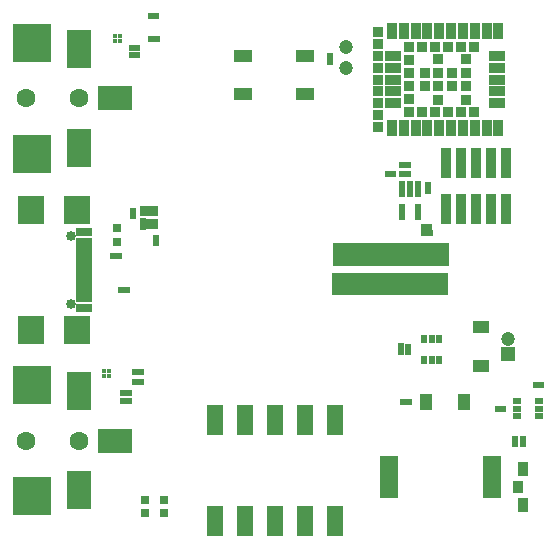
<source format=gts>
G04*
G04 #@! TF.GenerationSoftware,Altium Limited,Altium Designer,20.1.14 (287)*
G04*
G04 Layer_Color=8388736*
%FSLAX44Y44*%
%MOMM*%
G71*
G04*
G04 #@! TF.SameCoordinates,D1A4AC06-9C69-4D29-80E8-20607C734ED5*
G04*
G04*
G04 #@! TF.FilePolarity,Negative*
G04*
G01*
G75*
%ADD20R,1.5494X0.9906*%
%ADD28R,0.9000X1.0000*%
%ADD29R,0.9000X1.2000*%
%ADD46R,0.4832X0.5032*%
%ADD47R,0.9032X0.9032*%
%ADD48R,1.3532X0.9032*%
%ADD49R,0.9032X1.3532*%
%ADD50R,0.5032X0.4832*%
%ADD51R,0.7532X0.7532*%
%ADD52R,0.6032X1.3932*%
%ADD53C,1.2032*%
%ADD54R,0.7532X0.5532*%
%ADD55R,0.5532X0.7532*%
%ADD56R,1.4232X1.1132*%
%ADD57R,1.1132X1.4232*%
%ADD58R,1.5032X3.6032*%
%ADD59C,0.4532*%
%ADD60R,3.0032X2.0032*%
%ADD61R,2.0032X3.2032*%
%ADD62R,3.2032X3.2032*%
%ADD63R,2.2032X2.3832*%
%ADD64R,1.3532X0.5032*%
%ADD65R,1.3532X0.8032*%
%ADD66R,0.4832X1.0532*%
%ADD67R,0.4832X0.9532*%
%ADD68R,0.9652X2.5908*%
%ADD69R,1.3208X2.6416*%
%ADD70R,1.2032X1.2032*%
%ADD71C,1.6032*%
%ADD72C,0.8532*%
%ADD73R,1.7532X1.7532*%
%ADD74C,1.7532*%
G36*
X654261Y486259D02*
X556217D01*
Y505055D01*
X654261D01*
Y486259D01*
D02*
G37*
G36*
X654716Y511481D02*
X556672D01*
Y530277D01*
X654716D01*
Y511481D01*
D02*
G37*
D20*
X533180Y656726D02*
D03*
Y688726D02*
D03*
X480680D02*
D03*
Y656726D02*
D03*
D28*
X712980Y324104D02*
D03*
D29*
X717480Y309104D02*
D03*
Y339104D02*
D03*
D46*
X375568Y519847D02*
D03*
X370868D02*
D03*
X621093Y396014D02*
D03*
X616393D02*
D03*
X383800Y396465D02*
D03*
X379100D02*
D03*
X383869Y403658D02*
D03*
X379169D02*
D03*
X390951Y689882D02*
D03*
X386251D02*
D03*
X390981Y696074D02*
D03*
X386282D02*
D03*
X377380Y490474D02*
D03*
X382080D02*
D03*
X633734Y538760D02*
D03*
X638434D02*
D03*
X615378Y596646D02*
D03*
X620078D02*
D03*
X602932Y589026D02*
D03*
X607632D02*
D03*
X633666Y544576D02*
D03*
X638366D02*
D03*
X733108Y410718D02*
D03*
X728408D02*
D03*
X700850Y390398D02*
D03*
X696150D02*
D03*
X389318Y413258D02*
D03*
X394018D02*
D03*
X389318Y421640D02*
D03*
X394018D02*
D03*
X615442Y589026D02*
D03*
X620142D02*
D03*
X407480Y703326D02*
D03*
X402780D02*
D03*
X402526Y722630D02*
D03*
X407226D02*
D03*
D47*
X668960Y686286D02*
D03*
Y674786D02*
D03*
Y663286D02*
D03*
Y651786D02*
D03*
X657460Y674786D02*
D03*
Y663286D02*
D03*
X645960Y686286D02*
D03*
Y674786D02*
D03*
Y663286D02*
D03*
Y651786D02*
D03*
X634460Y674786D02*
D03*
Y663286D02*
D03*
X595210Y629036D02*
D03*
Y639036D02*
D03*
Y649036D02*
D03*
Y659036D02*
D03*
Y669036D02*
D03*
Y679036D02*
D03*
Y689036D02*
D03*
Y699036D02*
D03*
Y709036D02*
D03*
X621210Y652536D02*
D03*
Y663536D02*
D03*
Y674536D02*
D03*
Y685536D02*
D03*
Y696536D02*
D03*
X632210D02*
D03*
X643210D02*
D03*
X654210D02*
D03*
X665210D02*
D03*
X676210D02*
D03*
Y641536D02*
D03*
X665210D02*
D03*
X654210D02*
D03*
X643210D02*
D03*
X632210D02*
D03*
X621210D02*
D03*
D48*
X607460Y649036D02*
D03*
Y659036D02*
D03*
Y669036D02*
D03*
Y679036D02*
D03*
Y689036D02*
D03*
X695960D02*
D03*
Y679036D02*
D03*
Y659036D02*
D03*
Y649036D02*
D03*
Y669036D02*
D03*
D49*
X606710Y710286D02*
D03*
X616710D02*
D03*
X626710D02*
D03*
X636710D02*
D03*
X646710D02*
D03*
X656710D02*
D03*
X666710D02*
D03*
X676710D02*
D03*
X686710D02*
D03*
X696710D02*
D03*
Y627786D02*
D03*
X686710D02*
D03*
X676710D02*
D03*
X666710D02*
D03*
X656710D02*
D03*
X646710D02*
D03*
X636710D02*
D03*
X626710D02*
D03*
X616710D02*
D03*
X606710D02*
D03*
D50*
X406908Y530288D02*
D03*
Y534988D02*
D03*
X387350Y557848D02*
D03*
Y553148D02*
D03*
X637540Y579692D02*
D03*
Y574992D02*
D03*
X554228Y683958D02*
D03*
Y688658D02*
D03*
X717550Y360362D02*
D03*
Y365062D02*
D03*
X710946Y360108D02*
D03*
Y364808D02*
D03*
X620522Y438276D02*
D03*
Y442976D02*
D03*
X613918Y438340D02*
D03*
Y443040D02*
D03*
D51*
X373634Y531876D02*
D03*
Y543560D02*
D03*
X397256Y301752D02*
D03*
Y313436D02*
D03*
X413512Y301752D02*
D03*
Y313436D02*
D03*
D52*
X628546Y557074D02*
D03*
X615546D02*
D03*
Y576274D02*
D03*
X622046D02*
D03*
X628546D02*
D03*
D53*
X567690Y678942D02*
D03*
X567436Y696976D02*
D03*
X704596Y449580D02*
D03*
D54*
X730864Y383898D02*
D03*
Y390398D02*
D03*
Y396898D02*
D03*
X712364D02*
D03*
Y390398D02*
D03*
Y383898D02*
D03*
D55*
X646834Y449686D02*
D03*
X640334D02*
D03*
X633834D02*
D03*
Y431186D02*
D03*
X640334D02*
D03*
X646834D02*
D03*
D56*
X681736Y426880D02*
D03*
Y459580D02*
D03*
D57*
X667860Y395986D02*
D03*
X635160D02*
D03*
D58*
X691454Y332232D02*
D03*
X604454D02*
D03*
D59*
X367030Y417894D02*
D03*
X363030D02*
D03*
X367030Y421894D02*
D03*
X363030D02*
D03*
X376142Y706088D02*
D03*
Y702088D02*
D03*
X372142Y706088D02*
D03*
Y702088D02*
D03*
D60*
X372032Y363220D02*
D03*
Y653034D02*
D03*
D61*
X342032Y405220D02*
D03*
Y321220D02*
D03*
Y695034D02*
D03*
Y611034D02*
D03*
D62*
X302032Y410220D02*
D03*
Y316220D02*
D03*
Y700034D02*
D03*
Y606034D02*
D03*
D63*
X300980Y456646D02*
D03*
Y558846D02*
D03*
X340280Y456646D02*
D03*
Y558846D02*
D03*
D64*
X346030Y505246D02*
D03*
Y510246D02*
D03*
Y500246D02*
D03*
Y515246D02*
D03*
Y495246D02*
D03*
Y520246D02*
D03*
Y490246D02*
D03*
Y525246D02*
D03*
D65*
Y475746D02*
D03*
Y483746D02*
D03*
Y531746D02*
D03*
Y539746D02*
D03*
D66*
X396066Y546946D02*
D03*
D67*
X401066Y546446D02*
D03*
X406066D02*
D03*
X396066Y557946D02*
D03*
X401066D02*
D03*
X406066D02*
D03*
D68*
X703326Y598366D02*
D03*
Y559366D02*
D03*
X690626Y598366D02*
D03*
Y559366D02*
D03*
X677926Y598366D02*
D03*
Y559366D02*
D03*
X665226Y598366D02*
D03*
Y559366D02*
D03*
X652526Y598366D02*
D03*
Y559366D02*
D03*
D69*
X558546Y295021D02*
D03*
X533146D02*
D03*
X507746D02*
D03*
X482346D02*
D03*
X456946D02*
D03*
Y381127D02*
D03*
X482346D02*
D03*
X507746D02*
D03*
X533146D02*
D03*
X558546D02*
D03*
D70*
X704596Y436880D02*
D03*
D71*
X342032Y363220D02*
D03*
X297032D02*
D03*
X342032Y653034D02*
D03*
X297032D02*
D03*
D72*
X335280Y478846D02*
D03*
Y536646D02*
D03*
D73*
X605282Y520954D02*
D03*
D74*
Y495554D02*
D03*
M02*

</source>
